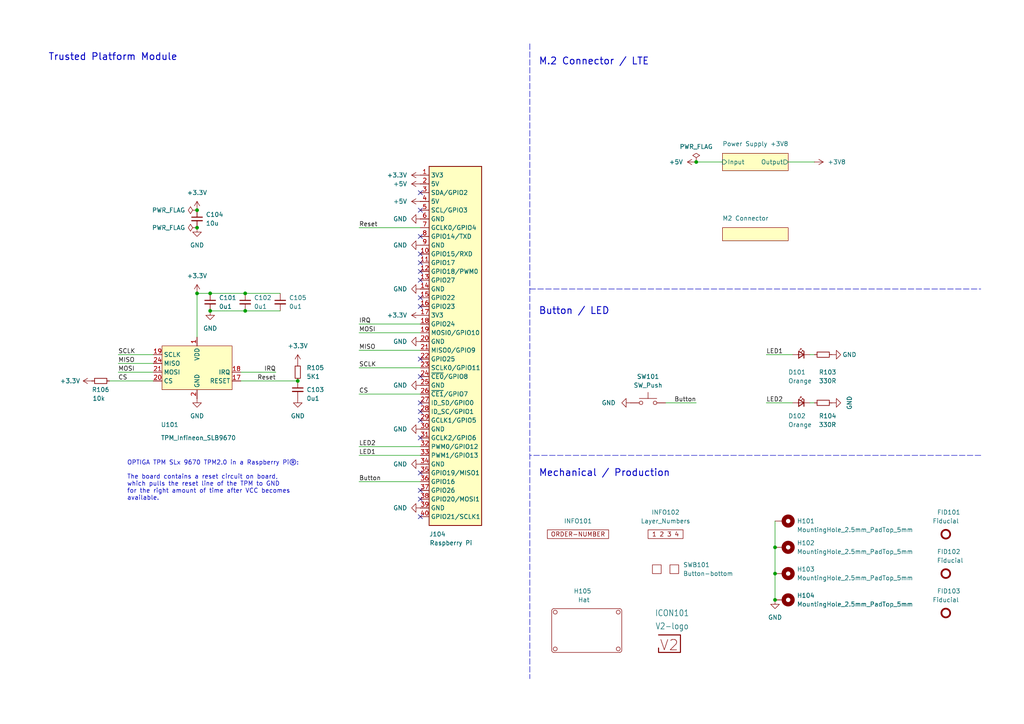
<source format=kicad_sch>
(kicad_sch (version 20231120) (generator "eeschema") (generator_version "8.0")
  (paper "A4")
  (title_block (title "Raspberry Pi 5") (date "2024-03-12") (rev "3") (company "WebThing") (comment 1 "Trusted Platform Module"))
  (lib_symbols
    (symbol "Device:C_Small" (pin_numbers hide) (pin_names (offset 0.254) hide)
      (property "Reference" "C" (at 0.254 1.778 0))
      (property "Value" "C_Small" (at 0.254 -2.032 0))
      (symbol "C_Small_0_1"
        (polyline (pts (xy -1.524 -0.508) (xy 1.524 -0.508)) (stroke (width 0.3302)))
        (polyline (pts (xy -1.524 0.508) (xy 1.524 0.508)) (stroke (width 0.3048)))
      )
      (symbol "C_Small_1_1"
        (pin passive line (at 0 2.54 270) (length 2.032) (name "~") (number "1"))
        (pin passive line (at 0 -2.54 90) (length 2.032) (name "~") (number "2"))
      )
    )
    (symbol "Device:LED_Small" (pin_numbers hide) (pin_names (offset 0.254) hide)
      (property "Reference" "D" (at -1.27 3.175 0))
      (property "Value" "LED_Small" (at -4.445 -2.54 0))
      (symbol "LED_Small_0_1"
        (polyline (pts (xy -0.762 -1.016) (xy -0.762 1.016)) (stroke (width 0.254)))
        (polyline (pts (xy 1.016 0) (xy -0.762 0)))
        (polyline (pts (xy 0.762 -1.016) (xy -0.762 0) (xy 0.762 1.016) (xy 0.762 -1.016)) (stroke (width 0.254)))
        (polyline (pts (xy 0 0.762) (xy -0.508 1.27) (xy -0.254 1.27) (xy -0.508 1.27) (xy -0.508 1.016)))
        (polyline (pts (xy 0.508 1.27) (xy 0 1.778) (xy 0.254 1.778) (xy 0 1.778) (xy 0 1.524)))
      )
      (symbol "LED_Small_1_1"
        (pin passive line (at -2.54 0 0) (length 1.778) (name "K") (number "1"))
        (pin passive line (at 2.54 0 180) (length 1.778) (name "A") (number "2"))
      )
    )
    (symbol "Device:R_Small" (pin_numbers hide) (pin_names (offset 0.254) hide)
      (property "Reference" "R" (at 0.762 0.508 0))
      (property "Value" "R_Small" (at 0.762 -1.016 0))
      (symbol "R_Small_0_1"
        (rectangle (start -0.762 1.778) (end 0.762 -1.778) (stroke (width 0.2032)))
      )
      (symbol "R_Small_1_1"
        (pin passive line (at 0 2.54 270) (length 0.762) (name "~") (number "1"))
        (pin passive line (at 0 -2.54 90) (length 0.762) (name "~") (number "2"))
      )
    )
    (symbol "Switch:SW_Push" (pin_numbers hide) (pin_names (offset 1.016) hide)
      (property "Reference" "SW" (at 1.27 2.54 0))
      (property "Value" "SW_Push" (at 0 -1.524 0))
      (symbol "SW_Push_0_1"
        (circle (center -2.032 0) (radius 0.508))
        (polyline (pts (xy 0 1.27) (xy 0 3.048)))
        (polyline (pts (xy 2.54 1.27) (xy -2.54 1.27)))
        (circle (center 2.032 0) (radius 0.508))
        (pin passive line (at -5.08 0 0) (length 2.54) (name "1") (number "1"))
        (pin passive line (at 5.08 0 180) (length 2.54) (name "2") (number "2"))
      )
    )
    (symbol "V2_Artwork:V2-logo" (in_bom no)
      (property "Reference" "ICON" (at -3.302 3.81 0))
      (symbol "V2-logo_1_0"
        (polyline (pts (xy -3.302 2.54) (xy 3.048 2.54) (xy 3.048 -2.54) (xy -3.302 -2.54) (xy -3.302 -1.27)) (stroke (width 0.3)))
        (text "V2" (at -0.2055 -0.4053 0) (effects (font (size 3 3))))
      )
    )
    (symbol "V2_Mechanical:Fiducial_Paste" (in_bom no)
      (property "Reference" "FID" (at 0 5.08 0))
      (property "Value" "Fiducial_Paste" (at 0 3.175 0))
      (symbol "Fiducial_Paste_0_1"
        (circle (center 0 0) (radius 1.27) (stroke (width 0.508)))
      )
    )
    (symbol "V2_Mechanical:MountingHole_2.5mm_PadTop_5mm" (pin_numbers hide) (pin_names (offset 1.016) hide) (in_bom no)
      (property "Reference" "H" (at 0 6.35 0))
      (property "Value" "MountingHole_2.5mm_PadTop_5mm" (at 0 4.445 0))
      (symbol "MountingHole_2.5mm_PadTop_5mm_0_1"
        (circle (center 0 1.27) (radius 1.27) (stroke (width 1.27)))
      )
      (symbol "MountingHole_2.5mm_PadTop_5mm_1_1"
        (pin input line (at 0 -2.54 90) (length 2.54) (name "1") (number "1"))
      )
    )
    (symbol "V2_PCB_Devices:Button-bottom" (in_bom no)
      (property "Reference" "SWB1" (at -2.54 3.81 0))
      (property "Value" "Button-bottom" (at -6.35 -3.81 0))
      (symbol "Button-bottom_0_1"
        (rectangle (start -3.81 1.27) (end -1.27 -1.27))
        (rectangle (start 1.27 1.27) (end 3.81 -1.27))
      )
    )
    (symbol "V2_Production:Layer_Numbers" (in_bom no)
      (property "Reference" "INFO" (at 0 3.81 0))
      (property "Value" "Layer_Numbers" (at 0 -3.81 0))
      (symbol "Layer_Numbers_0_0"
        (text "1 2 3 4" (at 0 0 0) (effects (font (size 1.27 1.27))))
      )
      (symbol "Layer_Numbers_0_1"
        (rectangle (start -5.08 1.27) (end 5.08 -1.27))
      )
    )
    (symbol "V2_Production:Order_Number" (in_bom no)
      (property "Reference" "INFO" (at 0 2.54 0))
      (symbol "Order_Number_0_0"
        (text "ORDER-NUMBER" (at 0 0 0) (effects (font (size 1.27 1.27))))
      )
      (symbol "Order_Number_0_1"
        (rectangle (start -8.89 1.27) (end 8.89 -1.27))
      )
    )
    (symbol "V2_RaspberryPi:Connector_Hat"
      (property "Reference" "J" (at -6.35 -55.88 0))
      (symbol "Connector_Hat_1_1"
        (rectangle (start -7.62 50.8) (end 7.62 -53.34) (stroke (width 0.254)) (fill (type background)))
        (pin power_in line (at -10.16 48.26 0) (length 2.54) (name "3V3") (number "1"))
        (pin bidirectional line (at -10.16 25.4 0) (length 2.54) (name "GPIO15/RXD") (number "10"))
        (pin bidirectional line (at -10.16 22.86 0) (length 2.54) (name "GPIO17") (number "11"))
        (pin bidirectional line (at -10.16 20.32 0) (length 2.54) (name "GPIO18/PWM0") (number "12"))
        (pin bidirectional line (at -10.16 17.78 0) (length 2.54) (name "GPIO27") (number "13"))
        (pin power_in line (at -10.16 15.24 0) (length 2.54) (name "GND") (number "14"))
        (pin bidirectional line (at -10.16 12.7 0) (length 2.54) (name "GPIO22") (number "15"))
        (pin bidirectional line (at -10.16 10.16 0) (length 2.54) (name "GPIO23") (number "16"))
        (pin power_in line (at -10.16 7.62 0) (length 2.54) (name "3V3") (number "17"))
        (pin bidirectional line (at -10.16 5.08 0) (length 2.54) (name "GPIO24") (number "18"))
        (pin bidirectional line (at -10.16 2.54 0) (length 2.54) (name "MOSI0/GPIO10") (number "19"))
        (pin power_in line (at -10.16 45.72 0) (length 2.54) (name "5V") (number "2"))
        (pin power_in line (at -10.16 0 0) (length 2.54) (name "GND") (number "20"))
        (pin bidirectional line (at -10.16 -2.54 0) (length 2.54) (name "MISO0/GPIO9") (number "21"))
        (pin bidirectional line (at -10.16 -5.08 0) (length 2.54) (name "GPIO25") (number "22"))
        (pin bidirectional line (at -10.16 -7.62 0) (length 2.54) (name "SCLK0/GPIO11") (number "23"))
        (pin bidirectional line (at -10.16 -10.16 0) (length 2.54) (name "~{CE0}/GPIO8") (number "24"))
        (pin power_in line (at -10.16 -12.7 0) (length 2.54) (name "GND") (number "25"))
        (pin bidirectional line (at -10.16 -15.24 0) (length 2.54) (name "~{CE1}/GPIO7") (number "26"))
        (pin bidirectional line (at -10.16 -17.78 0) (length 2.54) (name "ID_SD/GPIO0") (number "27"))
        (pin bidirectional line (at -10.16 -20.32 0) (length 2.54) (name "ID_SC/GPIO1") (number "28"))
        (pin bidirectional line (at -10.16 -22.86 0) (length 2.54) (name "GCLK1/GPIO5") (number "29"))
        (pin bidirectional line (at -10.16 43.18 0) (length 2.54) (name "SDA/GPIO2") (number "3"))
        (pin power_in line (at -10.16 -25.4 0) (length 2.54) (name "GND") (number "30"))
        (pin bidirectional line (at -10.16 -27.94 0) (length 2.54) (name "GCLK2/GPIO6") (number "31"))
        (pin bidirectional line (at -10.16 -30.48 0) (length 2.54) (name "PWM0/GPIO12") (number "32"))
        (pin bidirectional line (at -10.16 -33.02 0) (length 2.54) (name "PWM1/GPIO13") (number "33"))
        (pin power_in line (at -10.16 -35.56 0) (length 2.54) (name "GND") (number "34"))
        (pin bidirectional line (at -10.16 -38.1 0) (length 2.54) (name "GPIO19/MISO1") (number "35"))
        (pin bidirectional line (at -10.16 -40.64 0) (length 2.54) (name "GPIO16") (number "36"))
        (pin bidirectional line (at -10.16 -43.18 0) (length 2.54) (name "GPIO26") (number "37"))
        (pin bidirectional line (at -10.16 -45.72 0) (length 2.54) (name "GPIO20/MOSI1") (number "38"))
        (pin power_in line (at -10.16 -48.26 0) (length 2.54) (name "GND") (number "39"))
        (pin power_in line (at -10.16 40.64 0) (length 2.54) (name "5V") (number "4"))
        (pin bidirectional line (at -10.16 -50.8 0) (length 2.54) (name "GPIO21/SCLK1") (number "40"))
        (pin bidirectional line (at -10.16 38.1 0) (length 2.54) (name "SCL/GPIO3") (number "5"))
        (pin power_in line (at -10.16 35.56 0) (length 2.54) (name "GND") (number "6"))
        (pin bidirectional line (at -10.16 33.02 0) (length 2.54) (name "GCLK0/GPIO4") (number "7"))
        (pin bidirectional line (at -10.16 30.48 0) (length 2.54) (name "GPIO14/TXD") (number "8"))
        (pin power_in line (at -10.16 27.94 0) (length 2.54) (name "GND") (number "9"))
      )
    )
    (symbol "V2_RaspberryPi:Hat" (in_bom no)
      (property "Reference" "H" (at -0.635 -3.81 0))
      (property "Value" "Hat" (at -1.905 -6.35 0))
      (symbol "Hat_0_1"
        (arc (start -10.16 -1.905) (mid -9.9726 -2.3526) (end -9.525 -2.54))
        (arc (start -9.525 10.16) (mid -9.9726 9.9726) (end -10.16 9.525))
        (circle (center -9.144 -1.524) (radius 0.568))
        (circle (center -9.144 9.144) (radius 0.568))
        (polyline (pts (xy -10.16 9.525) (xy -10.16 -1.905)))
        (polyline (pts (xy -9.525 -2.54) (xy 9.525 -2.54)))
        (polyline (pts (xy -9.525 10.16) (xy 9.525 10.16)))
        (polyline (pts (xy 10.16 9.525) (xy 10.16 -1.905)))
        (circle (center 9.144 -1.524) (radius 0.568))
        (circle (center 9.144 9.144) (radius 0.568))
        (arc (start 9.525 -2.54) (mid 9.9689 -2.3489) (end 10.16 -1.905))
        (arc (start 10.16 9.525) (mid 9.9731 9.9731) (end 9.525 10.16))
      )
    )
    (symbol "V2_Security:TPM_Infineon_SLB9670"
      (property "Reference" "U" (at 3.7592 -9.1948 0))
      (property "Value" "TPM_Infineon_SLB9670" (at 13.8684 -11.2268 0))
      (symbol "TPM_Infineon_SLB9670_0_1"
        (rectangle (start -10.16 5.08) (end 10.16 -7.62) (fill (type background)))
      )
      (symbol "TPM_Infineon_SLB9670_1_1"
        (pin power_in line (at 0 7.62 270) (length 2.54) (name "VDD") (number "1"))
        (pin no_connect line (at 0 -48.26 180) (length 2.54) hide (name "") (number "10"))
        (pin no_connect line (at 0 -50.8 180) (length 2.54) hide (name "") (number "11"))
        (pin no_connect line (at 0 -53.34 180) (length 2.54) hide (name "") (number "12"))
        (pin no_connect line (at 0 -55.88 180) (length 2.54) hide (name "") (number "13"))
        (pin passive line (at 0 7.62 270) (length 2.54) hide (name "VDD") (number "14"))
        (pin no_connect line (at 0 -58.42 180) (length 2.54) hide (name "") (number "15"))
        (pin passive line (at 0 -10.16 90) (length 2.54) hide (name "GND") (number "16"))
        (pin bidirectional line (at 12.7 -5.08 180) (length 2.54) (name "RESET") (number "17"))
        (pin bidirectional line (at 12.7 -2.54 180) (length 2.54) (name "IRQ") (number "18"))
        (pin bidirectional line (at -12.7 2.54 0) (length 2.54) (name "SCLK") (number "19"))
        (pin power_in line (at 0 -10.16 90) (length 2.54) (name "GND") (number "2"))
        (pin bidirectional line (at -12.7 -5.08 0) (length 2.54) (name "CS") (number "20"))
        (pin bidirectional line (at -12.7 -2.54 0) (length 2.54) (name "MOSI") (number "21"))
        (pin passive line (at 0 7.62 270) (length 2.54) hide (name "VDD") (number "22"))
        (pin passive line (at 0 -10.16 90) (length 2.54) hide (name "GND") (number "23"))
        (pin bidirectional line (at -12.7 0 0) (length 2.54) (name "MISO") (number "24"))
        (pin no_connect line (at 0 -60.96 180) (length 2.54) hide (name "") (number "25"))
        (pin no_connect line (at 0 -63.5 180) (length 2.54) hide (name "") (number "26"))
        (pin no_connect line (at 0 -66.04 180) (length 2.54) hide (name "") (number "27"))
        (pin no_connect line (at 0 -68.58 180) (length 2.54) hide (name "") (number "28"))
        (pin no_connect line (at 0 -71.12 180) (length 2.54) hide (name "") (number "29"))
        (pin no_connect line (at 0 -35.56 180) (length 2.54) hide (name "") (number "3"))
        (pin no_connect line (at 0 -73.66 180) (length 2.54) hide (name "") (number "30"))
        (pin no_connect line (at 0 -76.2 180) (length 2.54) hide (name "") (number "31"))
        (pin passive line (at 0 -10.16 90) (length 2.54) hide (name "GND") (number "32"))
        (pin passive line (at 0 -10.16 90) (length 2.54) hide (name "GND") (number "33"))
        (pin no_connect line (at 0 -38.1 180) (length 2.54) hide (name "") (number "4"))
        (pin no_connect line (at 0 -40.64 180) (length 2.54) hide (name "") (number "5"))
        (pin no_connect line (at 0 -43.18 180) (length 2.54) hide (name "") (number "6"))
        (pin no_connect line (at 0 -45.72 180) (length 2.54) hide (name "") (number "7"))
        (pin passive line (at 0 7.62 270) (length 2.54) hide (name "VDD") (number "8"))
        (pin passive line (at 0 -10.16 90) (length 2.54) hide (name "GND") (number "9"))
      )
    )
    (symbol "power:+3.3V" (power) (pin_numbers hide) (pin_names (offset 0) hide)
      (property "Value" "+3.3V" (at 0 3.556 0))
      (symbol "+3.3V_0_1"
        (polyline (pts (xy -0.762 1.27) (xy 0 2.54)))
        (polyline (pts (xy 0 0) (xy 0 2.54)))
        (polyline (pts (xy 0 2.54) (xy 0.762 1.27)))
      )
      (symbol "+3.3V_1_1"
        (pin power_in line (at 0 0 90) (length 0) (name "~") (number "1"))
      )
    )
    (symbol "power:+3V8" (power) (pin_numbers hide) (pin_names (offset 0) hide)
      (property "Value" "+3V8" (at 0 3.556 0))
      (symbol "+3V8_0_1"
        (polyline (pts (xy -0.762 1.27) (xy 0 2.54)))
        (polyline (pts (xy 0 0) (xy 0 2.54)))
        (polyline (pts (xy 0 2.54) (xy 0.762 1.27)))
      )
      (symbol "+3V8_1_1"
        (pin power_in line (at 0 0 90) (length 0) (name "~") (number "1"))
      )
    )
    (symbol "power:+5V" (power) (pin_numbers hide) (pin_names (offset 0) hide)
      (property "Value" "+5V" (at 0 3.556 0))
      (symbol "+5V_0_1"
        (polyline (pts (xy -0.762 1.27) (xy 0 2.54)))
        (polyline (pts (xy 0 0) (xy 0 2.54)))
        (polyline (pts (xy 0 2.54) (xy 0.762 1.27)))
      )
      (symbol "+5V_1_1"
        (pin power_in line (at 0 0 90) (length 0) (name "~") (number "1"))
      )
    )
    (symbol "power:GND" (power) (pin_numbers hide) (pin_names (offset 0) hide)
      (property "Value" "GND" (at 0 -3.81 0))
      (symbol "GND_0_1"
        (polyline (pts (xy 0 0) (xy 0 -1.27) (xy 1.27 -1.27) (xy 0 -2.54) (xy -1.27 -1.27) (xy 0 -1.27)))
      )
      (symbol "GND_1_1"
        (pin power_in line (at 0 0 270) (length 0) (name "~") (number "1"))
      )
    )
    (symbol "power:PWR_FLAG" (power) (pin_numbers hide) (pin_names (offset 0) hide)
      (property "Value" "PWR_FLAG" (at 0 3.81 0))
      (symbol "PWR_FLAG_0_0"
        (pin power_out line (at 0 0 90) (length 0) (name "~") (number "1"))
      )
      (symbol "PWR_FLAG_0_1"
        (polyline (pts (xy 0 0) (xy 0 1.27) (xy -1.016 1.905) (xy 0 2.54) (xy 1.016 1.905) (xy 0 1.27)))
      )
    )
  )
  (junction (at 201.93 46.99))
  (junction (at 71.12 85.09))
  (junction (at 224.79 173.99))
  (junction (at 57.15 85.09))
  (junction (at 224.79 166.37))
  (junction (at 86.36 110.49))
  (junction (at 57.15 66.04))
  (junction (at 60.96 85.09))
  (junction (at 57.15 60.96))
  (junction (at 71.12 90.17))
  (junction (at 60.96 90.17))
  (junction (at 224.79 158.75))
  (no_connect (at 121.92 127))
  (no_connect (at 121.92 86.36))
  (no_connect (at 121.92 68.58))
  (no_connect (at 121.92 119.38))
  (no_connect (at 121.92 78.74))
  (no_connect (at 121.92 60.96))
  (no_connect (at 121.92 149.86))
  (no_connect (at 121.92 116.84))
  (no_connect (at 121.92 144.78))
  (no_connect (at 121.92 109.22))
  (no_connect (at 121.92 142.24))
  (no_connect (at 121.92 88.9))
  (no_connect (at 121.92 76.2))
  (no_connect (at 121.92 55.88))
  (no_connect (at 121.92 104.14))
  (no_connect (at 121.92 81.28))
  (no_connect (at 121.92 121.92))
  (no_connect (at 121.92 137.16))
  (no_connect (at 121.92 73.66))
  (wire (pts (xy 193.04 116.84) (xy 201.93 116.84)))
  (wire (pts (xy 201.93 46.99) (xy 209.55 46.99)))
  (wire (pts (xy 69.85 110.49) (xy 86.36 110.49)))
  (wire (pts (xy 104.14 106.68) (xy 121.92 106.68)))
  (wire (pts (xy 57.15 85.09) (xy 57.15 97.79)))
  (wire (pts (xy 224.79 166.37) (xy 224.79 173.99)))
  (wire (pts (xy 104.14 96.52) (xy 121.92 96.52)))
  (wire (pts (xy 104.14 101.6) (xy 121.92 101.6)))
  (wire (pts (xy 71.12 90.17) (xy 81.28 90.17)))
  (polyline (pts (xy 284.48 132.08) (xy 153.67 132.08)) (stroke (width 0) (type dash)))
  (wire (pts (xy 121.92 66.04) (xy 104.14 66.04)))
  (polyline (pts (xy 153.67 12.7) (xy 153.67 196.85)) (stroke (width 0) (type dash)))
  (polyline (pts (xy 153.67 83.82) (xy 284.48 83.82)) (stroke (width 0) (type dash)))
  (wire (pts (xy 69.85 107.95) (xy 80.01 107.95)))
  (wire (pts (xy 104.14 132.08) (xy 121.92 132.08)))
  (wire (pts (xy 234.95 102.87) (xy 236.22 102.87)))
  (wire (pts (xy 104.14 114.3) (xy 121.92 114.3)))
  (wire (pts (xy 57.15 85.09) (xy 60.96 85.09)))
  (wire (pts (xy 222.25 116.84) (xy 229.87 116.84)))
  (wire (pts (xy 31.75 110.49) (xy 44.45 110.49)))
  (wire (pts (xy 34.29 107.95) (xy 44.45 107.95)))
  (wire (pts (xy 71.12 85.09) (xy 81.28 85.09)))
  (wire (pts (xy 60.96 90.17) (xy 71.12 90.17)))
  (wire (pts (xy 121.92 139.7) (xy 104.14 139.7)))
  (wire (pts (xy 224.79 151.13) (xy 224.79 158.75)))
  (wire (pts (xy 229.87 102.87) (xy 222.25 102.87)))
  (wire (pts (xy 228.6 46.99) (xy 236.22 46.99)))
  (wire (pts (xy 234.95 116.84) (xy 236.22 116.84)))
  (wire (pts (xy 60.96 85.09) (xy 71.12 85.09)))
  (wire (pts (xy 34.29 105.41) (xy 44.45 105.41)))
  (wire (pts (xy 104.14 93.98) (xy 121.92 93.98)))
  (wire (pts (xy 104.14 129.54) (xy 121.92 129.54)))
  (wire (pts (xy 34.29 102.87) (xy 44.45 102.87)))
  (wire (pts (xy 224.79 158.75) (xy 224.79 166.37)))
  (text "Button / LED" (at 156.21 91.44 0) (effects (font (size 2 2) (thickness 0.254) (bold yes)) (justify left bottom)))
  (text "Trusted Platform Module" (at 13.97 17.78 0) (effects (font (size 2 2) (thickness 0.254) (bold yes)) (justify left bottom)))
  (text "Mechanical / Production" (at 156.21 138.43 0) (effects (font (size 2 2) (thickness 0.254) (bold yes)) (justify left bottom)))
  (text "OPTIGA TPM SLx 9670 TPM2.0 in a Raspberry Pi®:\n\nThe board contains a reset circuit on board,\nwhich pulls the reset line of the TPM to GND\nfor the right amount of time after VCC becomes\navailable.\n\n" (at 36.83 147.32 0) (effects (font (size 1.27 1.27)) (justify left bottom)))
  (text "M.2 Connector / LTE" (at 156.21 19.05 0) (effects (font (size 2 2) (thickness 0.254) (bold yes)) (justify left bottom)))
  (label "LED1" (at 104.14 132.08 0))
  (label "SCLK" (at 104.14 106.68 0))
  (label "Reset" (at 80.01 110.49 180))
  (label "IRQ" (at 80.01 107.95 180))
  (label "Button" (at 104.14 139.7 0))
  (label "MISO" (at 104.14 101.6 0))
  (label "Button" (at 201.93 116.84 180))
  (label "LED2" (at 222.25 116.84 0))
  (label "Reset" (at 104.14 66.04 0))
  (label "LED2" (at 104.14 129.54 0))
  (label "MOSI" (at 104.14 96.52 0))
  (label "CS" (at 104.14 114.3 0))
  (label "MISO" (at 34.29 105.41 0))
  (label "LED1" (at 222.25 102.87 0))
  (label "IRQ" (at 104.14 93.98 0))
  (label "CS" (at 34.29 110.49 0))
  (label "SCLK" (at 34.29 102.87 0))
  (label "MOSI" (at 34.29 107.95 0))
  (symbol (lib_id "V2_RaspberryPi:Hat") (at 170.18 186.69 0) (unit 1) (in_bom no)
    (property "Reference" "H105" (at 166.37 171.45 0) (effects (justify left)))
    (property "Value" "Hat" (at 167.64 173.99 0) (effects (justify left)))
    (property "Footprint" "V2_RaspberryPi:Hat" (effects (hide yes)))
    (property "Sim.Enable" "0" (effects (hide yes)))
  )
  (symbol (lib_id "V2_Mechanical:Fiducial_Paste") (at 274.32 166.37 0) (unit 1) (in_bom no)
    (property "Reference" "FID102" (at 271.78 160.02 0) (effects (justify left)))
    (property "Value" "Fiducial" (at 275.59 162.56 0))
    (property "Footprint" "V2_Fiducial:Fiducial_0.5mm_Mask1mm_Paste" (effects (hide yes)))
    (property "Sim.Enable" "0" (effects (hide yes)))
  )
  (symbol (lib_id "power:GND") (at 121.92 71.12 270) (unit 1)
    (property "Reference" "#PWR0127" (effects (hide yes)))
    (property "Value" "GND" (at 118.11 71.12 90) (effects (justify right)))
  )
  (symbol (lib_id "power:+5V") (at 201.93 46.99 90) (unit 1)
    (property "Reference" "#PWR0130" (effects (hide yes)))
    (property "Value" "+5V" (at 198.12 46.99 90) (effects (justify left)))
  )
  (symbol (lib_id "power:+3V8") (at 236.22 46.99 270) (unit 1)
    (property "Reference" "#PWR0119" (effects (hide yes)))
    (property "Value" "+3V8" (at 240.03 46.99 90) (effects (justify left)))
  )
  (symbol (lib_id "power:+5V") (at 121.92 53.34 90) (unit 1)
    (property "Reference" "#PWR0101" (effects (hide yes)))
    (property "Value" "+5V" (at 118.11 53.34 90) (effects (justify left)))
  )
  (symbol (lib_id "power:+3.3V") (at 121.92 50.8 90) (unit 1)
    (property "Reference" "#PWR0114" (effects (hide yes)))
    (property "Value" "+3.3V" (at 118.11 50.8 90) (effects (justify left)))
  )
  (symbol (lib_id "power:GND") (at 241.3 102.87 90) (unit 1)
    (property "Reference" "#PWR0109" (effects (hide yes)))
    (property "Value" "GND" (at 246.38 102.87 90))
  )
  (symbol (lib_id "power:+3.3V") (at 57.15 60.96 0) (unit 1)
    (property "Reference" "#PWR0103" (effects (hide yes)))
    (property "Value" "+3.3V" (at 57.15 55.88 0))
  )
  (symbol (lib_id "V2_Mechanical:MountingHole_2.5mm_PadTop_5mm") (at 227.33 158.75 270) (unit 1) (in_bom no)
    (property "Reference" "H102" (at 231.14 157.48 90) (effects (justify left)))
    (property "Value" "MountingHole_2.5mm_PadTop_5mm" (at 231.14 160.02 90) (effects (justify left)))
    (property "Footprint" "V2_Mechanical:MountingHole_2.5mm_PadTop_5mm" (effects (hide yes)))
    (property "Sim.Enable" "0" (effects (hide yes)))
  )
  (symbol (lib_id "Device:LED_Small") (at 232.41 116.84 0) (mirror y) (unit 1)
    (property "Reference" "D102" (at 228.6 120.65 0) (effects (justify right)))
    (property "Value" "Orange" (at 228.6 123.19 0) (effects (justify right)))
    (property "Footprint" "LED_SMD:LED_0603_1608Metric" (effects (hide yes)))
  )
  (symbol (lib_id "power:GND") (at 121.92 134.62 270) (unit 1)
    (property "Reference" "#PWR0125" (effects (hide yes)))
    (property "Value" "GND" (at 118.11 134.62 90) (effects (justify right)))
  )
  (symbol (lib_id "Device:R_Small") (at 86.36 107.95 180) (unit 1)
    (property "Reference" "R105" (at 88.9 106.6801 0) (effects (justify right)))
    (property "Value" "5K1" (at 88.9 109.2201 0) (effects (justify right)))
    (property "Footprint" "Resistor_SMD:R_0603_1608Metric" (effects (hide yes)))
  )
  (symbol (lib_id "Switch:SW_Push") (at 187.96 116.84 0) (unit 1)
    (property "Reference" "SW101" (at 187.96 109.22 0))
    (property "Value" "SW_Push" (at 187.96 111.76 0))
    (property "Footprint" "V2_Button_Switch_SMD:SKSG" (effects (hide yes)))
  )
  (symbol (lib_id "Device:R_Small") (at 238.76 102.87 90) (unit 1)
    (property "Reference" "R103" (at 237.49 107.95 90) (effects (justify right)))
    (property "Value" "330R" (at 237.49 110.49 90) (effects (justify right)))
    (property "Footprint" "Resistor_SMD:R_0603_1608Metric" (effects (hide yes)))
  )
  (symbol (lib_id "power:+3.3V") (at 57.15 85.09 0) (unit 1)
    (property "Reference" "#PWR0113" (effects (hide yes)))
    (property "Value" "+3.3V" (at 57.15 80.01 0))
  )
  (symbol (lib_id "Device:LED_Small") (at 232.41 102.87 0) (mirror y) (unit 1)
    (property "Reference" "D101" (at 228.6 107.95 0) (effects (justify right)))
    (property "Value" "Orange" (at 228.6 110.49 0) (effects (justify right)))
    (property "Footprint" "LED_SMD:LED_0603_1608Metric" (effects (hide yes)))
  )
  (symbol (lib_id "power:PWR_FLAG") (at 57.15 60.96 90) (unit 1)
    (property "Reference" "#FLG0104" (effects (hide yes)))
    (property "Value" "PWR_FLAG" (at 48.895 60.96 90))
  )
  (symbol (lib_id "V2_Mechanical:Fiducial_Paste") (at 274.32 177.8 0) (unit 1) (in_bom no)
    (property "Reference" "FID103" (at 271.78 171.45 0) (effects (justify left)))
    (property "Value" "Fiducial" (at 274.32 173.99 0))
    (property "Footprint" "V2_Fiducial:Fiducial_0.5mm_Mask1mm_Paste" (effects (hide yes)))
    (property "Sim.Enable" "0" (effects (hide yes)))
  )
  (symbol (lib_id "power:PWR_FLAG") (at 57.15 66.04 90) (unit 1)
    (property "Reference" "#FLG0102" (effects (hide yes)))
    (property "Value" "PWR_FLAG" (at 48.895 66.04 90))
  )
  (symbol (lib_id "power:GND") (at 241.3 116.84 90) (unit 1)
    (property "Reference" "#PWR0111" (effects (hide yes)))
    (property "Value" "GND" (at 246.38 116.84 0))
  )
  (symbol (lib_id "power:+3.3V") (at 86.36 105.41 0) (unit 1)
    (property "Reference" "#PWR0116" (effects (hide yes)))
    (property "Value" "+3.3V" (at 86.36 100.33 0))
  )
  (symbol (lib_id "power:GND") (at 60.96 90.17 0) (unit 1)
    (property "Reference" "#PWR0117" (effects (hide yes)))
    (property "Value" "GND" (at 60.96 95.25 0))
  )
  (symbol (lib_id "Device:C_Small") (at 60.96 87.63 0) (unit 1)
    (property "Reference" "C101" (at 63.5 86.3662 0) (effects (justify left)))
    (property "Value" "0u1" (at 63.5 88.9062 0) (effects (justify left)))
    (property "Footprint" "Capacitor_SMD:C_0603_1608Metric" (effects (hide yes)))
  )
  (symbol (lib_id "power:GND") (at 121.92 83.82 270) (unit 1)
    (property "Reference" "#PWR0120" (effects (hide yes)))
    (property "Value" "GND" (at 118.11 83.82 90) (effects (justify right)))
  )
  (symbol (lib_id "power:+5V") (at 121.92 58.42 90) (unit 1)
    (property "Reference" "#PWR0106" (effects (hide yes)))
    (property "Value" "+5V" (at 118.11 58.42 90) (effects (justify left)))
  )
  (symbol (lib_id "power:GND") (at 121.92 99.06 270) (unit 1)
    (property "Reference" "#PWR0122" (effects (hide yes)))
    (property "Value" "GND" (at 118.11 99.06 90) (effects (justify right)))
  )
  (symbol (lib_id "V2_Mechanical:Fiducial_Paste") (at 274.32 154.94 0) (unit 1) (in_bom no)
    (property "Reference" "FID101" (at 271.78 148.59 0) (effects (justify left)))
    (property "Value" "Fiducial" (at 274.32 151.13 0))
    (property "Footprint" "V2_Fiducial:Fiducial_0.5mm_Mask1mm_Paste" (effects (hide yes)))
    (property "Sim.Enable" "0" (effects (hide yes)))
  )
  (symbol (lib_id "V2_Production:Order_Number") (at 167.64 154.94 0) (unit 1) (in_bom no)
    (property "Reference" "INFO101" (at 167.64 151.13 0))
    (property "Value" "ORDER-NUMBER" (effects (hide yes)))
    (property "Footprint" "V2_Production:Order_Number" (effects (hide yes)))
    (property "Sim.Enable" "0" (effects (hide yes)))
  )
  (symbol (lib_id "power:GND") (at 121.92 147.32 270) (unit 1)
    (property "Reference" "#PWR0126" (effects (hide yes)))
    (property "Value" "GND" (at 118.11 147.32 90) (effects (justify right)))
  )
  (symbol (lib_id "power:PWR_FLAG") (at 201.93 46.99 0) (unit 1)
    (property "Reference" "#FLG0101" (effects (hide yes)))
    (property "Value" "PWR_FLAG" (at 201.93 42.545 0))
  )
  (symbol (lib_id "V2_Mechanical:MountingHole_2.5mm_PadTop_5mm") (at 227.33 173.99 270) (unit 1) (in_bom no)
    (property "Reference" "H104" (at 231.14 172.72 90) (effects (justify left)))
    (property "Value" "MountingHole_2.5mm_PadTop_5mm" (at 231.14 175.26 90) (effects (justify left)))
    (property "Footprint" "V2_Mechanical:MountingHole_2.5mm_PadTop_5mm" (effects (hide yes)))
    (property "Sim.Enable" "0" (effects (hide yes)))
  )
  (symbol (lib_id "power:GND") (at 182.88 116.84 270) (unit 1)
    (property "Reference" "#PWR0110" (effects (hide yes)))
    (property "Value" "GND" (at 176.53 116.84 90))
  )
  (symbol (lib_id "Device:C_Small") (at 81.28 87.63 0) (unit 1)
    (property "Reference" "C105" (at 83.82 86.3662 0) (effects (justify left)))
    (property "Value" "0u1" (at 83.82 88.9062 0) (effects (justify left)))
    (property "Footprint" "Capacitor_SMD:C_0603_1608Metric" (effects (hide yes)))
  )
  (symbol (lib_id "power:+3.3V") (at 121.92 91.44 90) (unit 1)
    (property "Reference" "#PWR0121" (effects (hide yes)))
    (property "Value" "+3.3V" (at 118.11 91.44 90) (effects (justify left)))
  )
  (symbol (lib_id "power:+3.3V") (at 26.67 110.49 90) (unit 1)
    (property "Reference" "#PWR0129" (effects (hide yes)))
    (property "Value" "+3.3V" (at 20.32 110.49 90))
  )
  (symbol (lib_id "V2_Production:Layer_Numbers") (at 193.04 154.94 0) (unit 1) (in_bom no)
    (property "Reference" "INFO102" (at 193.04 148.59 0))
    (property "Value" "Layer_Numbers" (at 193.04 151.13 0))
    (property "Footprint" "V2_Production:Layer_Numbers" (effects (hide yes)))
    (property "Sim.Enable" "0" (effects (hide yes)))
  )
  (symbol (lib_id "power:GND") (at 224.79 173.99 0) (unit 1)
    (property "Reference" "#PWR0108" (effects (hide yes)))
    (property "Value" "GND" (at 224.79 179.07 0))
  )
  (symbol (lib_id "Device:R_Small") (at 29.21 110.49 270) (unit 1)
    (property "Reference" "R106" (at 31.7501 113.03 90) (effects (justify right)))
    (property "Value" "10k" (at 30.4801 115.57 90) (effects (justify right)))
    (property "Footprint" "Resistor_SMD:R_0603_1608Metric" (effects (hide yes)))
  )
  (symbol (lib_id "power:GND") (at 86.36 115.57 0) (unit 1)
    (property "Reference" "#PWR0128" (effects (hide yes)))
    (property "Value" "GND" (at 86.36 120.65 0))
  )
  (symbol (lib_id "power:GND") (at 57.15 66.04 0) (unit 1)
    (property "Reference" "#PWR0102" (effects (hide yes)))
    (property "Value" "GND" (at 57.15 71.12 0))
  )
  (symbol (lib_id "V2_Mechanical:MountingHole_2.5mm_PadTop_5mm") (at 227.33 151.13 270) (unit 1) (in_bom no)
    (property "Reference" "H101" (at 231.14 151.13 90) (effects (justify left)))
    (property "Value" "MountingHole_2.5mm_PadTop_5mm" (at 231.14 153.67 90) (effects (justify left)))
    (property "Footprint" "V2_Mechanical:MountingHole_2.5mm_PadTop_5mm" (effects (hide yes)))
    (property "Sim.Enable" "0" (effects (hide yes)))
  )
  (symbol (lib_id "power:GND") (at 57.15 115.57 0) (unit 1)
    (property "Reference" "#PWR0112" (effects (hide yes)))
    (property "Value" "GND" (at 57.15 120.65 0))
  )
  (symbol (lib_id "Device:C_Small") (at 57.15 63.5 0) (unit 1)
    (property "Reference" "C104" (at 59.69 62.2363 0) (effects (justify left)))
    (property "Value" "10u" (at 59.69 64.7763 0) (effects (justify left)))
    (property "Footprint" "Capacitor_SMD:C_0603_1608Metric" (effects (hide yes)))
  )
  (symbol (lib_id "Device:C_Small") (at 86.36 113.03 0) (unit 1)
    (property "Reference" "C103" (at 88.9 113.0362 0) (effects (justify left)))
    (property "Value" "0u1" (at 88.9 115.5762 0) (effects (justify left)))
    (property "Footprint" "Capacitor_SMD:C_0603_1608Metric" (effects (hide yes)))
  )
  (symbol (lib_id "power:GND") (at 121.92 124.46 270) (unit 1)
    (property "Reference" "#PWR0124" (effects (hide yes)))
    (property "Value" "GND" (at 118.11 124.46 90) (effects (justify right)))
  )
  (symbol (lib_id "V2_PCB_Devices:Button-bottom") (at 193.04 165.1 0) (unit 1) (in_bom no)
    (property "Reference" "SWB101" (at 198.12 163.83 0) (effects (justify left)))
    (property "Value" "Button-bottom" (at 198.12 166.37 0) (effects (justify left)))
    (property "Footprint" "V2_PCB_Devices:PCB_Button-bottom" (effects (hide yes)))
    (property "Sim.Enable" "0" (effects (hide yes)))
  )
  (symbol (lib_id "Device:C_Small") (at 71.12 87.63 0) (unit 1)
    (property "Reference" "C102" (at 73.66 86.3662 0) (effects (justify left)))
    (property "Value" "0u1" (at 73.66 88.9062 0) (effects (justify left)))
    (property "Footprint" "Capacitor_SMD:C_0603_1608Metric" (effects (hide yes)))
  )
  (symbol (lib_id "power:GND") (at 121.92 111.76 270) (unit 1)
    (property "Reference" "#PWR0123" (effects (hide yes)))
    (property "Value" "GND" (at 118.11 111.76 90) (effects (justify right)))
  )
  (symbol (lib_id "Device:R_Small") (at 238.76 116.84 90) (unit 1)
    (property "Reference" "R104" (at 237.49 120.65 90) (effects (justify right)))
    (property "Value" "330R" (at 242.57 123.19 90) (effects (justify left)))
    (property "Footprint" "Resistor_SMD:R_0603_1608Metric" (effects (hide yes)))
  )
  (symbol (lib_id "V2_Security:TPM_Infineon_SLB9670") (at 57.15 105.41 0) (unit 1)
    (property "Reference" "U101" (at 46.6441 123.19 0) (effects (justify left)))
    (property "Value" "TPM_Infineon_SLB9670" (at 46.6441 127 0) (effects (justify left)))
    (property "Footprint" "V2_Package_DFN_QFN:QFN-32-1EP_5x5mm_P0.5mm_EP3.6x3.6mm_ThermalVias" (effects (hide yes)))
  )
  (symbol (lib_id "power:GND") (at 121.92 63.5 270) (unit 1)
    (property "Reference" "#PWR0115" (effects (hide yes)))
    (property "Value" "GND" (at 118.11 63.5 90) (effects (justify right)))
  )
  (symbol (lib_id "V2_RaspberryPi:Connector_Hat") (at 132.08 99.06 0) (unit 1)
    (property "Reference" "J104" (at 124.46 154.94 0) (effects (justify left)))
    (property "Value" "Raspberry Pi" (at 130.81 157.48 0))
    (property "Footprint" "V2_RaspberryPi:Connector" (effects (hide yes)))
    (property "Sim.Enable" "0" (effects (hide yes)))
  )
  (symbol (lib_id "V2_Artwork:V2-logo") (at 194.31 186.69 0) (unit 1) (in_bom no)
    (property "Reference" "ICON101" (at 194.945 177.8 0) (effects (font (size 1.778 1.5113))))
    (property "Value" "V2-logo" (at 194.945 181.61 0) (effects (font (size 1.778 1.5113))))
    (property "Footprint" "V2_Artwork:Logo_Small" (effects (hide yes)))
    (property "Sim.Enable" "0" (effects (hide yes)))
  )
  (symbol (lib_id "V2_Mechanical:MountingHole_2.5mm_PadTop_5mm") (at 227.33 166.37 270) (unit 1) (in_bom no)
    (property "Reference" "H103" (at 231.14 165.1 90) (effects (justify left)))
    (property "Value" "MountingHole_2.5mm_PadTop_5mm" (at 231.14 167.64 90) (effects (justify left)))
    (property "Footprint" "V2_Mechanical:MountingHole_2.5mm_PadTop_5mm" (effects (hide yes)))
    (property "Sim.Enable" "0" (effects (hide yes)))
  )
  (sheet (at 209.55 44.45) (size 19.05 5.08) (stroke (width 0.1524)) (fill (color 255 255 194 1.0000))
    (property "Sheetname" "Power Supply +3V8" (at 209.55 42.4684 0) (effects (justify left bottom)))
    (property "Sheetfile" "PowerSupply.kicad_sch" (effects (hide yes)))
    (pin "Input" input (at 209.55 46.99 180))
    (pin "Output" output (at 228.6 46.99 0))
  )
  (sheet (at 209.55 66.04) (size 19.05 3.81) (stroke (width 0.1524)) (fill (color 255 255 194 1.0000))
    (property "Sheetname" "M2 Connector" (at 209.55 64.0584 0) (effects (justify left bottom)))
    (property "Sheetfile" "M2-Connector.kicad_sch" (effects (hide yes)))
  )
)
</source>
